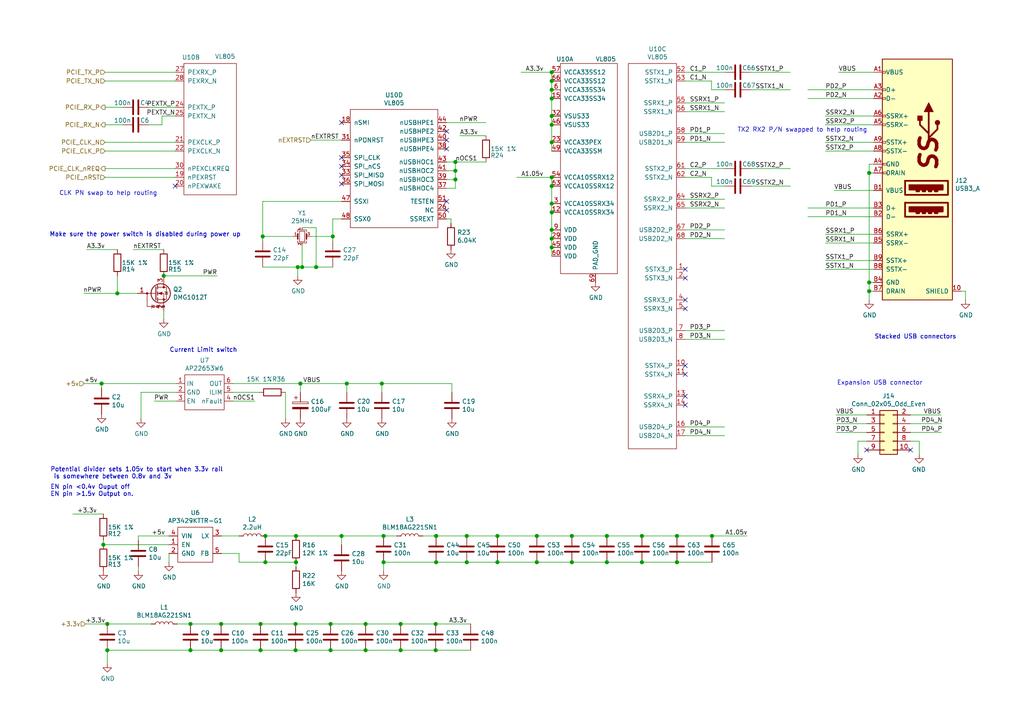
<source format=kicad_sch>
(kicad_sch (version 20250114) (generator "eeschema") (generator_version "9.0")
  (paper "A4")
  (title_block (title "Compute Module 4 IO USB3 Board - PCIe USB3") (rev "1") (company "Copyright © 2020-2022 Raspberry Pi Ltd (formerly Raspberry Pi (Trading) Ltd.)") (comment 1 "www.raspberrypi.com"))
  (text "Potential divider sets 1.05v to start when 3.3v rail\n is somewhere between 0.8v and 3v " (at 14.605 139.065 0) (effects (font (size 1.27 1.27)) (justify left bottom)))
  (text "Current Limit switch" (at 68.834 102.362 0) (effects (font (size 1.27 1.27)) (justify right bottom)))
  (text "CLK PN swap to help routing" (at 45.6438 56.8706 0) (effects (font (size 1.27 1.27)) (justify right bottom)))
  (text "TX2 RX2 P/N swapped to help routing" (at 251.5616 38.5064 0) (effects (font (size 1.27 1.27)) (justify right bottom)))
  (text "Potential divider sets 1.05v to start when 3.3v rail\n is somewhere between 0.8v and 3v " (at 14.605 139.065 0) (effects (font (size 1.27 1.27)) (justify left bottom)))
  (text "Stacked USB connectors" (at 277.4188 98.5012 0) (effects (font (size 1.27 1.27)) (justify right bottom)))
  (text "Make sure the power switch is disabled during power up" (at 69.85 68.834 0) (effects (font (size 1.27 1.27)) (justify right bottom)))
  (text "EN pin <0.4v Ouput off\nEN pin >1.5v Output on. " (at 14.605 144.145 0) (effects (font (size 1.27 1.27)) (justify left bottom)))
  (text "Make sure the power switch is disabled during power up" (at 69.85 68.834 0) (effects (font (size 1.27 1.27)) (justify right bottom)))
  (text "Expansion USB connector" (at 267.6144 111.887 0) (effects (font (size 1.27 1.27)) (justify right bottom)))
  (text "EN pin <0.4v Ouput off\nEN pin >1.5v Output on. " (at 14.605 144.145 0) (effects (font (size 1.27 1.27)) (justify left bottom)))
  (text "Current Limit switch" (at 68.834 102.362 0) (effects (font (size 1.27 1.27)) (justify right bottom)))
  (text "Stacked USB connectors" (at 277.4188 98.5012 0) (effects (font (size 1.27 1.27)) (justify right bottom)))
  (junction (at 160.02 33.655) (diameter 1.016))
  (junction (at 160.02 66.675) (diameter 1.016))
  (junction (at 95.885 188.595) (diameter 1.016))
  (junction (at 111.252 155.448) (diameter 1.016))
  (junction (at 55.245 180.975) (diameter 1.016))
  (junction (at 91.694 77.47) (diameter 1.016))
  (junction (at 160.02 26.035) (diameter 1.016))
  (junction (at 31.115 180.975) (diameter 1.016))
  (junction (at 252.095 81.915) (diameter 1.016))
  (junction (at 144.272 155.448) (diameter 1.016))
  (junction (at 126.492 155.448) (diameter 1.016))
  (junction (at 160.02 53.975) (diameter 1.016))
  (junction (at 132.08 46.99) (diameter 1.016))
  (junction (at 110.744 111.252) (diameter 1.016))
  (junction (at 29.972 157.988) (diameter 1.016))
  (junction (at 85.725 188.595) (diameter 1.016))
  (junction (at 100.584 111.252) (diameter 1.016))
  (junction (at 34.036 85.09) (diameter 1.016))
  (junction (at 160.02 41.275) (diameter 1.016))
  (junction (at 106.045 180.975) (diameter 1.016))
  (junction (at 126.492 163.068) (diameter 1.016))
  (junction (at 126.365 180.975) (diameter 1.016))
  (junction (at 176.022 163.068) (diameter 1.016))
  (junction (at 186.182 163.068) (diameter 1.016))
  (junction (at 160.02 61.595) (diameter 1.016))
  (junction (at 135.382 163.068) (diameter 1.016))
  (junction (at 99.06 155.448) (diameter 1.016))
  (junction (at 132.08 52.07) (diameter 1.016))
  (junction (at 160.02 69.215) (diameter 1.016))
  (junction (at 47.498 80.01) (diameter 1.016))
  (junction (at 160.02 71.755) (diameter 1.016))
  (junction (at 186.182 155.448) (diameter 1.016))
  (junction (at 87.63 77.47) (diameter 1.016))
  (junction (at 252.095 84.455) (diameter 1.016))
  (junction (at 111.252 163.068) (diameter 1.016))
  (junction (at 155.702 155.448) (diameter 1.016))
  (junction (at 160.02 51.435) (diameter 1.016))
  (junction (at 87.122 111.252) (diameter 1.016))
  (junction (at 64.135 180.975) (diameter 1.016))
  (junction (at 96.52 68.58) (diameter 1.016))
  (junction (at 196.342 155.448) (diameter 1.016))
  (junction (at 126.365 188.595) (diameter 1.016))
  (junction (at 160.02 59.055) (diameter 1.016))
  (junction (at 252.095 50.165) (diameter 1.016))
  (junction (at 64.135 188.595) (diameter 1.016))
  (junction (at 160.02 23.495) (diameter 1.016))
  (junction (at 160.02 28.575) (diameter 1.016))
  (junction (at 116.205 180.975) (diameter 1.016))
  (junction (at 165.862 155.448) (diameter 1.016))
  (junction (at 165.862 163.068) (diameter 1.016))
  (junction (at 31.115 188.595) (diameter 1.016))
  (junction (at 55.245 188.595) (diameter 1.016))
  (junction (at 76.962 163.068) (diameter 1.016))
  (junction (at 206.502 155.448) (diameter 1.016))
  (junction (at 144.272 163.068) (diameter 1.016))
  (junction (at 176.022 155.448) (diameter 1.016))
  (junction (at 160.02 20.955) (diameter 1.016))
  (junction (at 135.382 155.448) (diameter 1.016))
  (junction (at 85.852 155.448) (diameter 1.016))
  (junction (at 95.885 180.975) (diameter 1.016))
  (junction (at 85.852 163.068) (diameter 1.016))
  (junction (at 85.725 180.975) (diameter 1.016))
  (junction (at 76.962 155.448) (diameter 1.016))
  (junction (at 160.02 36.195) (diameter 1.016))
  (junction (at 155.702 163.068) (diameter 1.016))
  (junction (at 76.2 68.58) (diameter 1.016))
  (junction (at 86.36 77.47) (diameter 1.016))
  (junction (at 196.342 163.068) (diameter 1.016))
  (junction (at 116.205 188.595) (diameter 1.016))
  (junction (at 75.565 180.975) (diameter 1.016))
  (junction (at 132.08 49.53) (diameter 1.016))
  (junction (at 106.045 188.595) (diameter 1.016))
  (junction (at 75.565 188.595) (diameter 1.016))
  (junction (at 29.464 111.252) (diameter 1.016))
  (no_connect (at 99.06 50.8))
  (no_connect (at 99.06 45.72))
  (no_connect (at 198.755 89.535))
  (no_connect (at 198.755 86.995))
  (no_connect (at 129.54 40.64))
  (no_connect (at 198.755 114.935))
  (no_connect (at 251.3838 130.5052))
  (no_connect (at 99.06 35.56))
  (no_connect (at 99.06 48.26))
  (no_connect (at 129.54 43.18))
  (no_connect (at 129.54 60.96))
  (no_connect (at 198.755 80.645))
  (no_connect (at 198.755 117.475))
  (no_connect (at 129.54 38.1))
  (no_connect (at 50.8 53.975))
  (no_connect (at 198.755 106.045))
  (no_connect (at 198.755 78.105))
  (no_connect (at 264.0838 130.5052))
  (no_connect (at 99.06 53.34))
  (no_connect (at 198.755 108.585))
  (no_connect (at 129.54 58.42))
  (wire (pts (xy 47.498 90.17) (xy 47.498 92.456)))
  (wire (pts (xy 144.272 163.068) (xy 155.702 163.068)))
  (wire (pts (xy 239.395 41.275) (xy 253.365 41.275)))
  (wire (pts (xy 90.17 40.64) (xy 99.06 40.64)))
  (wire (pts (xy 160.02 20.955) (xy 160.02 23.495)))
  (wire (pts (xy 106.045 180.975) (xy 116.205 180.975)))
  (wire (pts (xy 21.082 149.098) (xy 29.972 149.098)))
  (wire (pts (xy 206.375 51.435) (xy 206.375 53.975)))
  (wire (pts (xy 122.682 155.448) (xy 126.492 155.448)))
  (wire (pts (xy 96.52 63.5) (xy 99.06 63.5)))
  (wire (pts (xy 198.755 51.435) (xy 206.375 51.435)))
  (wire (pts (xy 82.804 113.792) (xy 82.804 121.412)))
  (wire (pts (xy 217.805 20.955) (xy 229.235 20.955)))
  (wire (pts (xy 129.54 52.07) (xy 132.08 52.07)))
  (wire (pts (xy 239.395 33.655) (xy 253.365 33.655)))
  (wire (pts (xy 253.365 47.625) (xy 252.095 47.625)))
  (wire (pts (xy 278.765 84.455) (xy 280.035 84.455)))
  (wire (pts (xy 46.99 33.655) (xy 46.99 36.195)))
  (wire (pts (xy 24.384 85.09) (xy 34.036 85.09)))
  (wire (pts (xy 129.54 35.56) (xy 140.97 35.56)))
  (wire (pts (xy 30.48 43.815) (xy 50.8 43.815)))
  (wire (pts (xy 87.122 111.252) (xy 87.122 113.792)))
  (wire (pts (xy 198.755 48.895) (xy 210.185 48.895)))
  (wire (pts (xy 50.8 20.955) (xy 30.48 20.955)))
  (wire (pts (xy 217.805 26.035) (xy 229.235 26.035)))
  (wire (pts (xy 252.095 84.455) (xy 252.095 86.995)))
  (wire (pts (xy 272.9738 125.4252) (xy 264.0838 125.4252)))
  (wire (pts (xy 34.036 80.01) (xy 34.036 85.09)))
  (wire (pts (xy 234.315 28.575) (xy 253.365 28.575)))
  (wire (pts (xy 96.52 63.5) (xy 96.52 68.58)))
  (wire (pts (xy 111.252 163.068) (xy 126.492 163.068)))
  (wire (pts (xy 129.54 63.5) (xy 130.81 63.5)))
  (wire (pts (xy 160.02 28.575) (xy 160.02 33.655)))
  (wire (pts (xy 75.565 188.595) (xy 85.725 188.595)))
  (wire (pts (xy 186.182 155.448) (xy 196.342 155.448)))
  (wire (pts (xy 160.02 36.195) (xy 160.02 41.275)))
  (wire (pts (xy 242.4938 120.3452) (xy 251.3838 120.3452)))
  (wire (pts (xy 160.02 41.275) (xy 160.02 43.815)))
  (wire (pts (xy 34.036 85.09) (xy 39.878 85.09)))
  (wire (pts (xy 248.8438 127.9652) (xy 251.3838 127.9652)))
  (wire (pts (xy 87.63 66.04) (xy 91.694 66.04)))
  (wire (pts (xy 90.17 68.58) (xy 96.52 68.58)))
  (wire (pts (xy 132.08 54.61) (xy 132.08 52.07)))
  (wire (pts (xy 86.36 77.47) (xy 87.63 77.47)))
  (wire (pts (xy 129.54 54.61) (xy 132.08 54.61)))
  (wire (pts (xy 198.755 60.325) (xy 210.185 60.325)))
  (wire (pts (xy 243.205 20.955) (xy 253.365 20.955)))
  (wire (pts (xy 217.805 53.975) (xy 229.235 53.975)))
  (wire (pts (xy 30.48 36.195) (xy 35.56 36.195)))
  (wire (pts (xy 198.755 23.495) (xy 206.375 23.495)))
  (wire (pts (xy 253.365 50.165) (xy 252.095 50.165)))
  (wire (pts (xy 86.36 77.47) (xy 86.36 80.01)))
  (wire (pts (xy 131.064 113.792) (xy 131.064 111.252)))
  (wire (pts (xy 76.962 155.448) (xy 85.852 155.448)))
  (wire (pts (xy 100.584 113.792) (xy 100.584 111.252)))
  (wire (pts (xy 160.02 61.595) (xy 160.02 66.675)))
  (wire (pts (xy 126.365 188.595) (xy 136.525 188.595)))
  (wire (pts (xy 234.315 62.865) (xy 253.365 62.865)))
  (wire (pts (xy 87.63 71.12) (xy 87.63 77.47)))
  (wire (pts (xy 50.8 23.495) (xy 30.48 23.495)))
  (wire (pts (xy 99.06 157.988) (xy 99.06 155.448)))
  (wire (pts (xy 46.99 36.195) (xy 43.18 36.195)))
  (wire (pts (xy 24.384 111.252) (xy 29.464 111.252)))
  (wire (pts (xy 165.862 155.448) (xy 176.022 155.448)))
  (wire (pts (xy 252.095 47.625) (xy 252.095 50.165)))
  (wire (pts (xy 40.132 155.448) (xy 40.132 156.718)))
  (wire (pts (xy 206.375 23.495) (xy 206.375 26.035)))
  (wire (pts (xy 35.56 31.115) (xy 30.48 31.115)))
  (wire (pts (xy 67.564 113.792) (xy 75.184 113.792)))
  (wire (pts (xy 38.608 72.39) (xy 47.498 72.39)))
  (wire (pts (xy 29.464 112.522) (xy 29.464 111.252)))
  (wire (pts (xy 64.262 160.528) (xy 69.342 160.528)))
  (wire (pts (xy 252.095 50.165) (xy 252.095 81.915)))
  (wire (pts (xy 24.765 180.975) (xy 31.115 180.975)))
  (wire (pts (xy 116.205 188.595) (xy 126.365 188.595)))
  (wire (pts (xy 29.972 157.988) (xy 29.972 156.718)))
  (wire (pts (xy 44.704 116.332) (xy 51.054 116.332)))
  (wire (pts (xy 40.132 164.338) (xy 40.132 165.608)))
  (wire (pts (xy 130.81 63.5) (xy 130.81 64.77)))
  (wire (pts (xy 186.182 163.068) (xy 196.342 163.068)))
  (wire (pts (xy 132.08 46.99) (xy 140.97 46.99)))
  (wire (pts (xy 198.755 32.385) (xy 210.185 32.385)))
  (wire (pts (xy 85.725 188.595) (xy 95.885 188.595)))
  (wire (pts (xy 85.725 180.975) (xy 95.885 180.975)))
  (wire (pts (xy 133.35 39.37) (xy 140.97 39.37)))
  (wire (pts (xy 64.135 188.595) (xy 75.565 188.595)))
  (wire (pts (xy 87.63 77.47) (xy 91.694 77.47)))
  (wire (pts (xy 160.02 59.055) (xy 160.02 61.595)))
  (wire (pts (xy 198.755 95.885) (xy 210.185 95.885)))
  (wire (pts (xy 176.022 163.068) (xy 186.182 163.068)))
  (wire (pts (xy 132.08 49.53) (xy 132.08 46.99)))
  (wire (pts (xy 196.342 155.448) (xy 206.502 155.448)))
  (wire (pts (xy 31.115 188.595) (xy 55.245 188.595)))
  (wire (pts (xy 129.54 46.99) (xy 132.08 46.99)))
  (wire (pts (xy 55.245 188.595) (xy 64.135 188.595)))
  (wire (pts (xy 85.852 164.338) (xy 85.852 163.068)))
  (wire (pts (xy 198.755 41.275) (xy 210.185 41.275)))
  (wire (pts (xy 55.245 180.975) (xy 64.135 180.975)))
  (wire (pts (xy 198.755 38.735) (xy 210.185 38.735)))
  (wire (pts (xy 160.02 23.495) (xy 160.02 26.035)))
  (wire (pts (xy 67.564 111.252) (xy 87.122 111.252)))
  (wire (pts (xy 25.146 72.39) (xy 34.036 72.39)))
  (wire (pts (xy 50.8 31.115) (xy 43.18 31.115)))
  (wire (pts (xy 198.755 29.845) (xy 210.185 29.845)))
  (wire (pts (xy 30.48 51.435) (xy 50.8 51.435)))
  (wire (pts (xy 264.0838 127.9652) (xy 266.6238 127.9652)))
  (wire (pts (xy 40.894 113.792) (xy 40.894 121.412)))
  (wire (pts (xy 76.2 77.47) (xy 86.36 77.47)))
  (wire (pts (xy 31.115 180.975) (xy 43.815 180.975)))
  (wire (pts (xy 266.6238 127.9652) (xy 266.6238 131.7752)))
  (wire (pts (xy 217.805 48.895) (xy 229.235 48.895)))
  (wire (pts (xy 111.252 165.608) (xy 111.252 163.068)))
  (wire (pts (xy 40.132 155.448) (xy 49.022 155.448)))
  (wire (pts (xy 160.02 53.975) (xy 160.02 59.055)))
  (wire (pts (xy 50.8 33.655) (xy 46.99 33.655)))
  (wire (pts (xy 198.755 123.825) (xy 210.185 123.825)))
  (wire (pts (xy 198.755 98.425) (xy 210.185 98.425)))
  (wire (pts (xy 96.52 68.58) (xy 96.52 69.85)))
  (wire (pts (xy 64.262 155.448) (xy 69.342 155.448)))
  (wire (pts (xy 239.395 36.195) (xy 253.365 36.195)))
  (wire (pts (xy 76.2 69.85) (xy 76.2 68.58)))
  (wire (pts (xy 241.935 55.245) (xy 253.365 55.245)))
  (wire (pts (xy 67.564 116.332) (xy 73.914 116.332)))
  (wire (pts (xy 176.022 155.448) (xy 186.182 155.448)))
  (wire (pts (xy 91.694 66.04) (xy 91.694 77.47)))
  (wire (pts (xy 248.8438 127.9652) (xy 248.8438 131.7752)))
  (wire (pts (xy 132.08 52.07) (xy 132.08 49.53)))
  (wire (pts (xy 106.045 188.595) (xy 116.205 188.595)))
  (wire (pts (xy 116.205 180.975) (xy 126.365 180.975)))
  (wire (pts (xy 239.395 78.105) (xy 253.365 78.105)))
  (wire (pts (xy 30.48 48.895) (xy 50.8 48.895)))
  (wire (pts (xy 135.382 163.068) (xy 144.272 163.068)))
  (wire (pts (xy 196.342 163.068) (xy 206.502 163.068)))
  (wire (pts (xy 242.4938 122.8852) (xy 251.3838 122.8852)))
  (wire (pts (xy 31.115 192.405) (xy 31.115 188.595)))
  (wire (pts (xy 64.135 180.975) (xy 75.565 180.975)))
  (wire (pts (xy 30.48 41.275) (xy 50.8 41.275)))
  (wire (pts (xy 49.022 157.988) (xy 29.972 157.988)))
  (wire (pts (xy 76.2 58.42) (xy 99.06 58.42)))
  (wire (pts (xy 111.252 155.448) (xy 115.062 155.448)))
  (wire (pts (xy 76.962 163.068) (xy 85.852 163.068)))
  (wire (pts (xy 69.342 160.528) (xy 69.342 163.068)))
  (wire (pts (xy 144.272 155.448) (xy 155.702 155.448)))
  (wire (pts (xy 160.02 51.435) (xy 160.02 53.975)))
  (wire (pts (xy 198.755 20.955) (xy 210.185 20.955)))
  (wire (pts (xy 234.315 60.325) (xy 253.365 60.325)))
  (wire (pts (xy 29.464 111.252) (xy 51.054 111.252)))
  (wire (pts (xy 85.852 155.448) (xy 99.06 155.448)))
  (wire (pts (xy 165.862 163.068) (xy 176.022 163.068)))
  (wire (pts (xy 239.395 75.565) (xy 253.365 75.565)))
  (wire (pts (xy 198.755 57.785) (xy 210.185 57.785)))
  (wire (pts (xy 95.885 180.975) (xy 106.045 180.975)))
  (wire (pts (xy 198.755 126.365) (xy 210.185 126.365)))
  (wire (pts (xy 149.86 51.435) (xy 160.02 51.435)))
  (wire (pts (xy 155.702 163.068) (xy 165.862 163.068)))
  (wire (pts (xy 99.06 155.448) (xy 111.252 155.448)))
  (wire (pts (xy 75.565 180.975) (xy 85.725 180.975)))
  (wire (pts (xy 51.435 180.975) (xy 55.245 180.975)))
  (wire (pts (xy 110.744 111.252) (xy 110.744 113.792)))
  (wire (pts (xy 272.9738 122.8852) (xy 264.0838 122.8852)))
  (wire (pts (xy 206.375 26.035) (xy 210.185 26.035)))
  (wire (pts (xy 151.13 20.955) (xy 160.02 20.955)))
  (wire (pts (xy 239.395 43.815) (xy 253.365 43.815)))
  (wire (pts (xy 198.755 69.215) (xy 210.185 69.215)))
  (wire (pts (xy 160.02 66.675) (xy 160.02 69.215)))
  (wire (pts (xy 155.702 155.448) (xy 165.862 155.448)))
  (wire (pts (xy 160.02 26.035) (xy 160.02 28.575)))
  (wire (pts (xy 76.2 58.42) (xy 76.2 68.58)))
  (wire (pts (xy 126.492 163.068) (xy 135.382 163.068)))
  (wire (pts (xy 95.885 188.595) (xy 106.045 188.595)))
  (wire (pts (xy 253.365 84.455) (xy 252.095 84.455)))
  (wire (pts (xy 160.02 71.755) (xy 160.02 74.295)))
  (wire (pts (xy 280.035 84.455) (xy 280.035 86.995)))
  (wire (pts (xy 51.054 113.792) (xy 40.894 113.792)))
  (wire (pts (xy 206.375 53.975) (xy 210.185 53.975)))
  (wire (pts (xy 239.395 70.485) (xy 253.365 70.485)))
  (wire (pts (xy 253.365 81.915) (xy 252.095 81.915)))
  (wire (pts (xy 234.315 26.035) (xy 253.365 26.035)))
  (wire (pts (xy 76.2 68.58) (xy 85.09 68.58)))
  (wire (pts (xy 69.342 163.068) (xy 76.962 163.068)))
  (wire (pts (xy 160.02 33.655) (xy 160.02 36.195)))
  (wire (pts (xy 160.02 69.215) (xy 160.02 71.755)))
  (wire (pts (xy 47.498 80.01) (xy 62.992 80.01)))
  (wire (pts (xy 135.382 155.448) (xy 144.272 155.448)))
  (wire (pts (xy 129.54 49.53) (xy 132.08 49.53)))
  (wire (pts (xy 206.502 155.448) (xy 216.662 155.448)))
  (wire (pts (xy 272.9738 120.3452) (xy 264.0838 120.3452)))
  (wire (pts (xy 126.492 155.448) (xy 135.382 155.448)))
  (wire (pts (xy 242.4938 125.4252) (xy 251.3838 125.4252)))
  (wire (pts (xy 239.395 67.945) (xy 253.365 67.945)))
  (wire (pts (xy 91.694 77.47) (xy 96.52 77.47)))
  (wire (pts (xy 49.022 160.528) (xy 49.022 163.068)))
  (wire (pts (xy 198.755 66.675) (xy 210.185 66.675)))
  (wire (pts (xy 100.584 111.252) (xy 110.744 111.252)))
  (wire (pts (xy 110.744 111.252) (xy 131.064 111.252)))
  (wire (pts (xy 252.095 81.915) (xy 252.095 84.455)))
  (wire (pts (xy 126.365 180.975) (xy 136.525 180.975)))
  (wire (pts (xy 87.122 111.252) (xy 100.584 111.252)))
  (label "A1.05v" (at 151.13 51.435 0))
  (label "SSTX2_P" (at 239.395 43.815 0))
  (label "SSRX2_N" (at 200.025 60.325 0))
  (label "SSTX1_N" (at 239.395 78.105 0))
  (label "SSRX1_P" (at 200.025 29.845 0))
  (label "VBUS" (at 87.884 111.252 0))
  (label "C1_N" (at 200.025 23.495 0))
  (label "VBUS" (at 243.205 20.955 0))
  (label "+3.3v" (at 22.352 149.098 0))
  (label "SSRX2_N" (at 239.395 33.655 0))
  (label "PEXTX_N" (at 50.8 33.655 180))
  (label "A3.3v" (at 133.35 39.37 0))
  (label "VBUS" (at 241.935 55.245 0))
  (label "C2_N" (at 200.025 51.435 0))
  (label "nEXTRST" (at 90.17 40.64 0))
  (label "PD3_P" (at 242.4938 125.4252 0))
  (label "PD3_N" (at 200.025 98.425 0))
  (label "PEXTX_P" (at 50.8 31.115 180))
  (label "PD4_P" (at 200.025 123.825 0))
  (label "A1.05v" (at 210.312 155.448 0))
  (label "C1_P" (at 200.025 20.955 0))
  (label "SSRX2_P" (at 200.025 57.785 0))
  (label "PD2_N" (at 200.025 69.215 0))
  (label "+3.3v" (at 24.765 180.975 0))
  (label "PD1_N" (at 200.025 41.275 0))
  (label "VBUS" (at 242.4938 120.3452 0))
  (label "SSTX1_P" (at 239.395 75.565 0))
  (label "SSTX1_N" (at 219.075 26.035 0))
  (label "C2_P" (at 200.025 48.895 0))
  (label "PWR" (at 62.992 80.01 180))
  (label "A3.3v" (at 25.146 72.39 0))
  (label "nOCS1" (at 67.564 116.332 0))
  (label "PD3_P" (at 200.025 95.885 0))
  (label "PD1_N" (at 239.395 62.865 0))
  (label "PD4_N" (at 200.025 126.365 0))
  (label "VBUS" (at 272.9738 120.3452 180))
  (label "PD2_P" (at 239.395 26.035 0))
  (label "PWR" (at 44.704 116.332 0))
  (label "SSTX1_P" (at 219.075 20.955 0))
  (label "SSTX2_P" (at 219.075 48.895 0))
  (label "PD1_P" (at 239.395 60.325 0))
  (label "SSTX2_N" (at 219.075 53.975 0))
  (label "nPWR" (at 138.557 35.56 180))
  (label "SSRX1_N" (at 239.395 70.485 0))
  (label "nOCS1" (at 132.08 46.99 0))
  (label "+5v" (at 24.384 111.252 0))
  (label "PD2_P" (at 200.025 66.675 0))
  (label "PD4_P" (at 267.1826 125.4252 0))
  (label "PD4_N" (at 267.1572 122.8852 0))
  (label "nPWR" (at 29.464 85.09 180))
  (label "A3.3v" (at 130.175 180.975 0))
  (label "SSTX2_N" (at 239.395 41.275 0))
  (label "PD3_N" (at 242.4938 122.8852 0))
  (label "A3.3v" (at 152.4 20.955 0))
  (label "+5v" (at 43.942 155.448 0))
  (label "SSRX1_N" (at 200.025 32.385 0))
  (label "PD2_N" (at 239.395 28.575 0))
  (label "SSRX2_P" (at 239.395 36.195 0))
  (label "SSRX1_P" (at 239.395 67.945 0))
  (label "nEXTRST" (at 38.608 72.39 0))
  (label "PD1_P" (at 200.025 38.735 0))
  (hierarchical_label "PCIE_RX_N" (shape output) (at 30.48 36.195 180))
  (hierarchical_label "+3.3v" (shape input) (at 24.765 180.975 180))
  (hierarchical_label "nEXTRST" (shape input) (at 90.17 40.64 180))
  (hierarchical_label "PCIE_CLK_N" (shape input) (at 30.48 41.275 180))
  (hierarchical_label "+5v" (shape input) (at 24.384 111.252 180))
  (hierarchical_label "PCIE_TX_P" (shape input) (at 30.48 20.955 180))
  (hierarchical_label "PCIE_CLK_nREQ" (shape output) (at 30.48 48.895 180))
  (hierarchical_label "PCIE_RX_P" (shape output) (at 30.48 31.115 180))
  (hierarchical_label "PCIE_TX_N" (shape input) (at 30.48 23.495 180))
  (hierarchical_label "PCIE_nRST" (shape input) (at 30.48 51.435 180))
  (hierarchical_label "PCIE_CLK_P" (shape input) (at 30.48 43.815 180))
  (symbol (lib_id "Device:C") (at 110.744 117.602 0) (unit 1)
    (property "Reference" "C17" (at 113.665 116.4336 0) (effects (justify left)))
    (property "Value" "10u" (at 113.665 118.745 0) (effects (justify left)))
    (property "Footprint" "Capacitor_SMD:C_0805_2012Metric" (effects (hide yes)))
    (property "Datasheet" "https://search.murata.co.jp/Ceramy/image/img/A01X/G101/ENG/GRM21BR71A106KA73-01.pdf" (effects (hide yes)))
    (property "Field5" "490-14381-1-ND" (effects (hide yes)))
    (property "Field4" "Digikey" (effects (hide yes)))
    (property "Field6" "GRM21BR71A106KA73L" (effects (hide yes)))
    (property "Field7" "Murata" (effects (hide yes)))
    (property "Part Description" "	10uF 10% 10V Ceramic Capacitor X7R 0805 (2012 Metric)" (effects (hide yes)))
    (property "Field8" "111893011" (effects (hide yes)))
  )
  (symbol (lib_id "power:GND") (at 110.744 121.412 0) (unit 1)
    (property "Reference" "#PWR0153" (effects (hide yes)))
    (property "Value" "GND" (at 110.871 125.8062 0))
  )
  (symbol (lib_id "Device:C") (at 95.885 184.785 0) (unit 1)
    (property "Reference" "C26" (at 98.806 183.6166 0) (effects (justify left)))
    (property "Value" "100n" (at 98.806 185.928 0) (effects (justify left)))
    (property "Footprint" "Capacitor_SMD:C_0402_1005Metric" (effects (hide yes)))
    (property "Datasheet" "https://search.murata.co.jp/Ceramy/image/img/A01X/G101/ENG/GRM155R71C104KA88-01.pdf" (effects (hide yes)))
    (property "Field4" "Farnell" (effects (hide yes)))
    (property "Field5" "2611911" (effects (hide yes)))
    (property "Field6" "RM EMK105 B7104KV-F" (effects (hide yes)))
    (property "Field7" "TAIYO YUDEN EUROPE GMBH" (effects (hide yes)))
    (property "Field8" "110091611" (effects (hide yes)))
    (property "Part Description" "	0.1uF 10% 16V Ceramic Capacitor X7R 0402 (1005 Metric)" (effects (hide yes)))
  )
  (symbol (lib_id "power:GND") (at 252.095 86.995 0) (unit 1)
    (property "Reference" "#PWR0142" (effects (hide yes)))
    (property "Value" "GND" (at 252.222 91.3892 0))
  )
  (symbol (lib_id "Device:C") (at 85.725 184.785 0) (unit 1)
    (property "Reference" "C25" (at 88.646 183.6166 0) (effects (justify left)))
    (property "Value" "100n" (at 88.646 185.928 0) (effects (justify left)))
    (property "Footprint" "Capacitor_SMD:C_0402_1005Metric" (effects (hide yes)))
    (property "Datasheet" "https://search.murata.co.jp/Ceramy/image/img/A01X/G101/ENG/GRM155R71C104KA88-01.pdf" (effects (hide yes)))
    (property "Field4" "Farnell" (effects (hide yes)))
    (property "Field5" "2611911" (effects (hide yes)))
    (property "Field6" "RM EMK105 B7104KV-F" (effects (hide yes)))
    (property "Field7" "TAIYO YUDEN EUROPE GMBH" (effects (hide yes)))
    (property "Field8" "110091611" (effects (hide yes)))
    (property "Part Description" "	0.1uF 10% 16V Ceramic Capacitor X7R 0402 (1005 Metric)" (effects (hide yes)))
  )
  (symbol (lib_id "Device:R") (at 78.994 113.792 90) (unit 1)
    (property "Reference" "R36" (at 82.804 109.982 90) (effects (justify left)))
    (property "Value" "15K 1%" (at 78.994 109.982 90) (effects (justify left)))
    (property "Footprint" "Resistor_SMD:R_0402_1005Metric" (effects (hide yes)))
    (property "Datasheet" "https://fscdn.rohm.com/en/products/databook/datasheet/passive/resistor/chip_resistor/mcr-e.pdf" (effects (hide yes)))
    (property "Field4" "Farnell" (effects (hide yes)))
    (property "Field5" "9239375" (effects (hide yes)))
    (property "Field6" "MCR01MZPF1502" (effects (hide yes)))
    (property "Field7" "Rohm" (effects (hide yes)))
    (property "Part Description" "Resistor 15K M1005 1% 63mW" (effects (hide yes)))
    (property "Field8" "120891581" (effects (hide yes)))
  )
  (symbol (lib_id "power:GND") (at 266.6238 131.7752 0) (mirror y) (unit 1)
    (property "Reference" "#PWR0123" (effects (hide yes)))
    (property "Value" "GND" (at 266.4968 136.1694 0))
  )
  (symbol (lib_id "Device:C") (at 39.37 31.115 270) (unit 1)
    (property "Reference" "C4" (at 40.64 29.845 90) (effects (justify left)))
    (property "Value" "100n" (at 33.02 29.845 90) (effects (justify left)))
    (property "Footprint" "Capacitor_SMD:C_0402_1005Metric" (effects (hide yes)))
    (property "Datasheet" "https://search.murata.co.jp/Ceramy/image/img/A01X/G101/ENG/GRM155R71C104KA88-01.pdf" (effects (hide yes)))
    (property "Field4" "Farnell" (effects (hide yes)))
    (property "Field5" "2611911" (effects (hide yes)))
    (property "Field6" "RM EMK105 B7104KV-F" (effects (hide yes)))
    (property "Field7" "TAIYO YUDEN EUROPE GMBH" (effects (hide yes)))
    (property "Field8" "110091611" (effects (hide yes)))
    (property "Part Description" "	0.1uF 10% 16V Ceramic Capacitor X7R 0402 (1005 Metric)" (effects (hide yes)))
  )
  (symbol (lib_id "Transistor_FET:DMG1012T") (at 44.958 85.09 0) (unit 1)
    (property "Reference" "Q2" (at 50.1651 83.9406 0) (effects (justify left)))
    (property "Value" "DMG1012T" (at 50.1651 86.2393 0) (effects (justify left)))
    (property "Footprint" "Package_TO_SOT_SMD:SOT-523" (effects (hide yes)))
    (property "Datasheet" "https://www.diodes.com/assets/Datasheets/ds31783.pdf" (effects (hide yes)))
    (property "Field6" "DMG1012T" (effects (hide yes)))
    (property "Field7" "Diodes" (effects (hide yes)))
  )
  (symbol (lib_id "Device:C") (at 40.132 160.528 0) (unit 1)
    (property "Reference" "C8" (at 43.053 159.3596 0) (effects (justify left)))
    (property "Value" "10u" (at 43.053 161.671 0) (effects (justify left)))
    (property "Footprint" "Capacitor_SMD:C_0805_2012Metric" (effects (hide yes)))
    (property "Datasheet" "https://search.murata.co.jp/Ceramy/image/img/A01X/G101/ENG/GRM21BR71A106KA73-01.pdf" (effects (hide yes)))
    (property "Field4" "Digikey" (effects (hide yes)))
    (property "Field5" "490-14381-1-ND" (effects (hide yes)))
    (property "Field6" "GRM21BR71A106KA73L" (effects (hide yes)))
    (property "Field7" "Murata" (effects (hide yes)))
    (property "Field8" "111893011" (effects (hide yes)))
    (property "Part Description" "	10uF 10% 10V Ceramic Capacitor X7R 0805 (2012 Metric)" (effects (hide yes)))
  )
  (symbol (lib_id "Device:C") (at 136.525 184.785 0) (unit 1)
    (property "Reference" "C48" (at 139.446 183.6166 0) (effects (justify left)))
    (property "Value" "100n" (at 139.446 185.928 0) (effects (justify left)))
    (property "Footprint" "Capacitor_SMD:C_0402_1005Metric" (effects (hide yes)))
    (property "Datasheet" "https://search.murata.co.jp/Ceramy/image/img/A01X/G101/ENG/GRM155R71C104KA88-01.pdf" (effects (hide yes)))
    (property "Field4" "Farnell" (effects (hide yes)))
    (property "Field5" "2611911" (effects (hide yes)))
    (property "Field6" "RM EMK105 B7104KV-F" (effects (hide yes)))
    (property "Field7" "TAIYO YUDEN EUROPE GMBH" (effects (hide yes)))
    (property "Field8" "110091611" (effects (hide yes)))
    (property "Part Description" "	0.1uF 10% 16V Ceramic Capacitor X7R 0402 (1005 Metric)" (effects (hide yes)))
  )
  (symbol (lib_id "Device:R") (at 29.972 152.908 0) (unit 1)
    (property "Reference" "R12" (at 31.242 154.813 0) (effects (justify left)))
    (property "Value" "15K 1%" (at 31.242 152.908 0) (effects (justify left)))
    (property "Footprint" "Resistor_SMD:R_0402_1005Metric" (effects (hide yes)))
    (property "Datasheet" "https://fscdn.rohm.com/en/products/databook/datasheet/passive/resistor/chip_resistor/mcr-e.pdf" (effects (hide yes)))
    (property "Field4" "Farnell" (effects (hide yes)))
    (property "Field5" "9239375" (effects (hide yes)))
    (property "Field6" "MCR01MZPF1502" (effects (hide yes)))
    (property "Field7" "Rohm" (effects (hide yes)))
    (property "Part Description" "Resistor 15K M1005 1% 63mW" (effects (hide yes)))
    (property "Field8" "120891581" (effects (hide yes)))
  )
  (symbol (lib_id "Connector_Generic:Conn_02x05_Odd_Even") (at 256.4638 125.4252 0) (unit 1)
    (property "Reference" "J14" (at 257.7336 114.8338 0))
    (property "Value" "Conn_02x05_Odd_Even" (at 257.7338 117.1448 0))
    (property "Footprint" "Connector_PinHeader_2.54mm:PinHeader_2x05_P2.54mm_Vertical" (effects (hide yes)))
    (property "Datasheet" "https://www.toby.co.uk/uploads/publications/1673.pdf" (effects (hide yes)))
    (property "Field4" "Toby" (effects (hide yes)))
    (property "Field5" "THD-05-R" (effects (hide yes)))
    (property "Field6" "THD-05-R" (effects (hide yes)))
    (property "Field7" "Toby" (effects (hide yes)))
    (property "Part Description" "PinHeader_2x05_P2.54mm_Vertical" (effects (hide yes)))
  )
  (symbol (lib_id "Device:C") (at 155.702 159.258 0) (unit 1)
    (property "Reference" "C53" (at 158.623 158.0896 0) (effects (justify left)))
    (property "Value" "100n" (at 158.623 160.401 0) (effects (justify left)))
    (property "Footprint" "Capacitor_SMD:C_0402_1005Metric" (effects (hide yes)))
    (property "Datasheet" "https://search.murata.co.jp/Ceramy/image/img/A01X/G101/ENG/GRM155R71C104KA88-01.pdf" (effects (hide yes)))
    (property "Field4" "Farnell" (effects (hide yes)))
    (property "Field5" "2611911" (effects (hide yes)))
    (property "Field6" "RM EMK105 B7104KV-F" (effects (hide yes)))
    (property "Field7" "TAIYO YUDEN EUROPE GMBH" (effects (hide yes)))
    (property "Field8" "110091611" (effects (hide yes)))
    (property "Part Description" "	0.1uF 10% 16V Ceramic Capacitor X7R 0402 (1005 Metric)" (effects (hide yes)))
  )
  (symbol (lib_id "Device:C") (at 213.995 26.035 270) (unit 1)
    (property "Reference" "C67" (at 215.265 24.765 90) (effects (justify left)))
    (property "Value" "100n" (at 207.645 24.765 90) (effects (justify left)))
    (property "Footprint" "Capacitor_SMD:C_0402_1005Metric" (effects (hide yes)))
    (property "Datasheet" "https://search.murata.co.jp/Ceramy/image/img/A01X/G101/ENG/GRM155R71C104KA88-01.pdf" (effects (hide yes)))
    (property "Field4" "Farnell" (effects (hide yes)))
    (property "Field5" "2611911" (effects (hide yes)))
    (property "Field6" "RM EMK105 B7104KV-F" (effects (hide yes)))
    (property "Field7" "TAIYO YUDEN EUROPE GMBH" (effects (hide yes)))
    (property "Field8" "110091611" (effects (hide yes)))
    (property "Part Description" "	0.1uF 10% 16V Ceramic Capacitor X7R 0402 (1005 Metric)" (effects (hide yes)))
  )
  (symbol (lib_id "Device:C") (at 55.245 184.785 0) (unit 1)
    (property "Reference" "C9" (at 58.166 183.6166 0) (effects (justify left)))
    (property "Value" "10u" (at 58.166 185.928 0) (effects (justify left)))
    (property "Footprint" "Capacitor_SMD:C_0805_2012Metric" (effects (hide yes)))
    (property "Datasheet" "https://search.murata.co.jp/Ceramy/image/img/A01X/G101/ENG/GRM21BR71A106KA73-01.pdf" (effects (hide yes)))
    (property "Field4" "Digikey" (effects (hide yes)))
    (property "Field5" "490-14381-1-ND" (effects (hide yes)))
    (property "Field6" "GRM21BR71A106KA73L" (effects (hide yes)))
    (property "Field7" "Murata" (effects (hide yes)))
    (property "Field8" "111893011" (effects (hide yes)))
    (property "Part Description" "	10uF 10% 10V Ceramic Capacitor X7R 0805 (2012 Metric)" (effects (hide yes)))
  )
  (symbol (lib_id "power:GND") (at 85.852 171.958 0) (unit 1)
    (property "Reference" "#PWR0124" (effects (hide yes)))
    (property "Value" "GND" (at 85.979 176.3522 0))
  )
  (symbol (lib_id "Device:C") (at 131.064 117.602 0) (unit 1)
    (property "Reference" "C19" (at 133.985 116.4336 0) (effects (justify left)))
    (property "Value" "10u" (at 133.985 118.745 0) (effects (justify left)))
    (property "Footprint" "Capacitor_SMD:C_0805_2012Metric" (effects (hide yes)))
    (property "Datasheet" "https://search.murata.co.jp/Ceramy/image/img/A01X/G101/ENG/GRM21BR71A106KA73-01.pdf" (effects (hide yes)))
    (property "Field5" "490-14381-1-ND" (effects (hide yes)))
    (property "Field4" "Digikey" (effects (hide yes)))
    (property "Field6" "GRM21BR71A106KA73L" (effects (hide yes)))
    (property "Field7" "Murata" (effects (hide yes)))
    (property "Part Description" "	10uF 10% 10V Ceramic Capacitor X7R 0805 (2012 Metric)" (effects (hide yes)))
    (property "Field8" "111893011" (effects (hide yes)))
  )
  (symbol (lib_id "power:GND") (at 47.498 92.456 0) (unit 1)
    (property "Reference" "#PWR08" (effects (hide yes)))
    (property "Value" "GND" (at 47.625 96.8502 0))
  )
  (symbol (lib_id "Device:C") (at 76.962 159.258 0) (unit 1)
    (property "Reference" "C15" (at 79.883 158.0896 0) (effects (justify left)))
    (property "Value" "22pF" (at 79.883 160.401 0) (effects (justify left)))
    (property "Footprint" "Capacitor_SMD:C_0402_1005Metric" (effects (hide yes)))
  )
  (symbol (lib_id "CM4IO:AP2553W6") (at 59.944 113.792 0) (unit 1)
    (property "Reference" "U7" (at 59.309 104.521 0))
    (property "Value" "AP22653W6" (at 59.309 106.8324 0))
    (property "Footprint" "Package_TO_SOT_SMD:SOT-23-6" (effects (hide yes)))
    (property "Datasheet" "https://www.diodes.com/assets/Datasheets/AP255x.pdf" (effects (hide yes)))
    (property "Field4" "Digikey" (effects (hide yes)))
    (property "Field5" "	31-AP22653W6-7CT-ND" (effects (hide yes)))
    (property "Field6" "AP22653W6" (effects (hide yes)))
    (property "Field7" "Diodes" (effects (hide yes)))
    (property "Part Description" "	Power Switch/Driver 1:1 P-Channel 2.1A SOT-23-6" (effects (hide yes)))
  )
  (symbol (lib_id "Device:R") (at 34.036 76.2 0) (unit 1)
    (property "Reference" "R14" (at 35.306 78.105 0) (effects (justify left)))
    (property "Value" "15K 1%" (at 35.306 76.2 0) (effects (justify left)))
    (property "Footprint" "Resistor_SMD:R_0402_1005Metric" (effects (hide yes)))
    (property "Datasheet" "https://fscdn.rohm.com/en/products/databook/datasheet/passive/resistor/chip_resistor/mcr-e.pdf" (effects (hide yes)))
    (property "Field4" "Farnell" (effects (hide yes)))
    (property "Field5" "9239375" (effects (hide yes)))
    (property "Field6" "MCR01MZPF1502" (effects (hide yes)))
    (property "Field7" "Rohm" (effects (hide yes)))
    (property "Part Description" "Resistor 15K M1005 1% 63mW" (effects (hide yes)))
    (property "Field8" "120891581" (effects (hide yes)))
  )
  (symbol (lib_id "CM4:VL805") (at 191.135 92.075 0) (unit 3)
    (property "Reference" "U10" (at 190.7032 14.224 0))
    (property "Value" "VL805" (at 190.7032 16.5354 0))
    (property "Footprint" "Package_DFN_QFN:QFN-68-1EP_8x8mm_P0.4mm_EP5.2x5.2mm_ThermalVias" (effects (hide yes)))
    (property "Field6" "VL805" (effects (hide yes)))
    (property "Field7" "VIA" (effects (hide yes)))
  )
  (symbol (lib_id "Device:CP") (at 87.122 117.602 0) (unit 1)
    (property "Reference" "C16" (at 90.1192 116.459 0) (effects (justify left)))
    (property "Value" "100uF" (at 90.1192 118.745 0) (effects (justify left)))
    (property "Footprint" "Capacitor_Tantalum_SMD:CP_EIA-7343-31_Kemet-D" (effects (hide yes)))
    (property "Field4" "Mouser" (effects (hide yes)))
    (property "Field5" "667-EEF-CX0J101R" (effects (hide yes)))
    (property "Part Description" "Capacitor, SP-Cap, 100u, 6.3V, 15mR ESR" (effects (hide yes)))
  )
  (symbol (lib_id "Device:C") (at 213.995 48.895 270) (unit 1)
    (property "Reference" "C68" (at 215.265 47.625 90) (effects (justify left)))
    (property "Value" "100n" (at 207.645 47.625 90) (effects (justify left)))
    (property "Footprint" "Capacitor_SMD:C_0402_1005Metric" (effects (hide yes)))
    (property "Datasheet" "https://search.murata.co.jp/Ceramy/image/img/A01X/G101/ENG/GRM155R71C104KA88-01.pdf" (effects (hide yes)))
    (property "Field4" "Farnell" (effects (hide yes)))
    (property "Field5" "2611911" (effects (hide yes)))
    (property "Field6" "RM EMK105 B7104KV-F" (effects (hide yes)))
    (property "Field7" "TAIYO YUDEN EUROPE GMBH" (effects (hide yes)))
    (property "Field8" "110091611" (effects (hide yes)))
    (property "Part Description" "	0.1uF 10% 16V Ceramic Capacitor X7R 0402 (1005 Metric)" (effects (hide yes)))
  )
  (symbol (lib_id "Device:C") (at 111.252 159.258 0) (unit 1)
    (property "Reference" "C31" (at 114.173 158.0896 0) (effects (justify left)))
    (property "Value" "100n" (at 114.173 160.401 0) (effects (justify left)))
    (property "Footprint" "Capacitor_SMD:C_0402_1005Metric" (effects (hide yes)))
    (property "Datasheet" "https://search.murata.co.jp/Ceramy/image/img/A01X/G101/ENG/GRM155R71C104KA88-01.pdf" (effects (hide yes)))
    (property "Field4" "Farnell" (effects (hide yes)))
    (property "Field5" "2611911" (effects (hide yes)))
    (property "Field6" "RM EMK105 B7104KV-F" (effects (hide yes)))
    (property "Field7" "TAIYO YUDEN EUROPE GMBH" (effects (hide yes)))
    (property "Field8" "110091611" (effects (hide yes)))
    (property "Part Description" "	0.1uF 10% 16V Ceramic Capacitor X7R 0402 (1005 Metric)" (effects (hide yes)))
  )
  (symbol (lib_id "Device:C") (at 76.2 73.66 0) (unit 1)
    (property "Reference" "C14" (at 79.121 72.4916 0) (effects (justify left)))
    (property "Value" "22pF" (at 79.121 74.803 0) (effects (justify left)))
    (property "Footprint" "Capacitor_SMD:C_0402_1005Metric" (effects (hide yes)))
  )
  (symbol (lib_id "power:GND") (at 280.035 86.995 0) (unit 1)
    (property "Reference" "#PWR025" (effects (hide yes)))
    (property "Value" "GND" (at 280.162 91.3892 0))
  )
  (symbol (lib_id "power:GND") (at 111.252 165.608 0) (unit 1)
    (property "Reference" "#PWR015" (effects (hide yes)))
    (property "Value" "GND" (at 111.379 170.0022 0))
  )
  (symbol (lib_id "power:GND") (at 248.8438 131.7752 0) (unit 1)
    (property "Reference" "#PWR0117" (effects (hide yes)))
    (property "Value" "GND" (at 248.9708 136.1694 0))
  )
  (symbol (lib_id "Device:C") (at 213.995 20.955 270) (unit 1)
    (property "Reference" "C66" (at 215.265 19.685 90) (effects (justify left)))
    (property "Value" "100n" (at 207.645 19.685 90) (effects (justify left)))
    (property "Footprint" "Capacitor_SMD:C_0402_1005Metric" (effects (hide yes)))
    (property "Datasheet" "https://search.murata.co.jp/Ceramy/image/img/A01X/G101/ENG/GRM155R71C104KA88-01.pdf" (effects (hide yes)))
    (property "Field4" "Farnell" (effects (hide yes)))
    (property "Field5" "2611911" (effects (hide yes)))
    (property "Field6" "RM EMK105 B7104KV-F" (effects (hide yes)))
    (property "Field7" "TAIYO YUDEN EUROPE GMBH" (effects (hide yes)))
    (property "Field8" "110091611" (effects (hide yes)))
    (property "Part Description" "	0.1uF 10% 16V Ceramic Capacitor X7R 0402 (1005 Metric)" (effects (hide yes)))
  )
  (symbol (lib_id "Device:C") (at 135.382 159.258 0) (unit 1)
    (property "Reference" "C45" (at 138.303 158.0896 0) (effects (justify left)))
    (property "Value" "10u" (at 138.303 160.401 0) (effects (justify left)))
    (property "Footprint" "Capacitor_SMD:C_0805_2012Metric" (effects (hide yes)))
    (property "Datasheet" "https://search.murata.co.jp/Ceramy/image/img/A01X/G101/ENG/GRM21BR71A106KA73-01.pdf" (effects (hide yes)))
    (property "Field4" "Digikey" (effects (hide yes)))
    (property "Field5" "490-14381-1-ND" (effects (hide yes)))
    (property "Field6" "GRM21BR71A106KA73L" (effects (hide yes)))
    (property "Field7" "Murata" (effects (hide yes)))
    (property "Field8" "111893011" (effects (hide yes)))
    (property "Part Description" "	10uF 10% 10V Ceramic Capacitor X7R 0805 (2012 Metric)" (effects (hide yes)))
  )
  (symbol (lib_id "power:GND") (at 99.06 165.608 0) (unit 1)
    (property "Reference" "#PWR012" (effects (hide yes)))
    (property "Value" "GND" (at 99.187 170.0022 0))
  )
  (symbol (lib_id "Device:L") (at 47.625 180.975 90) (unit 1)
    (property "Reference" "L1" (at 47.625 176.149 90))
    (property "Value" "BLM18AG221SN1" (at 47.625 178.4604 90))
    (property "Footprint" "Inductor_SMD:L_0603_1608Metric" (effects (hide yes)))
    (property "Field6" "BLM18PG221SN1D" (effects (hide yes)))
    (property "Field7" "Murata" (effects (hide yes)))
    (property "Part Description" "Ferrite Bead, M1608, 220R@100MHz, 100mR, 1.4A" (effects (hide yes)))
  )
  (symbol (lib_id "power:GND") (at 29.972 165.608 0) (unit 1)
    (property "Reference" "#PWR04" (effects (hide yes)))
    (property "Value" "GND" (at 30.099 170.0022 0))
  )
  (symbol (lib_id "Device:C") (at 64.135 184.785 0) (unit 1)
    (property "Reference" "C10" (at 67.056 183.6166 0) (effects (justify left)))
    (property "Value" "100n" (at 67.056 185.928 0) (effects (justify left)))
    (property "Footprint" "Capacitor_SMD:C_0402_1005Metric" (effects (hide yes)))
    (property "Datasheet" "https://search.murata.co.jp/Ceramy/image/img/A01X/G101/ENG/GRM155R71C104KA88-01.pdf" (effects (hide yes)))
    (property "Field4" "Farnell" (effects (hide yes)))
    (property "Field5" "2611911" (effects (hide yes)))
    (property "Field6" "RM EMK105 B7104KV-F" (effects (hide yes)))
    (property "Field7" "TAIYO YUDEN EUROPE GMBH" (effects (hide yes)))
    (property "Field8" "110091611" (effects (hide yes)))
    (property "Part Description" "	0.1uF 10% 16V Ceramic Capacitor X7R 0402 (1005 Metric)" (effects (hide yes)))
  )
  (symbol (lib_id "Device:C") (at 213.995 53.975 270) (unit 1)
    (property "Reference" "C69" (at 215.265 52.705 90) (effects (justify left)))
    (property "Value" "100n" (at 207.645 52.705 90) (effects (justify left)))
    (property "Footprint" "Capacitor_SMD:C_0402_1005Metric" (effects (hide yes)))
    (property "Datasheet" "https://search.murata.co.jp/Ceramy/image/img/A01X/G101/ENG/GRM155R71C104KA88-01.pdf" (effects (hide yes)))
    (property "Field4" "Farnell" (effects (hide yes)))
    (property "Field5" "2611911" (effects (hide yes)))
    (property "Field6" "RM EMK105 B7104KV-F" (effects (hide yes)))
    (property "Field7" "TAIYO YUDEN EUROPE GMBH" (effects (hide yes)))
    (property "Field8" "110091611" (effects (hide yes)))
    (property "Part Description" "	0.1uF 10% 16V Ceramic Capacitor X7R 0402 (1005 Metric)" (effects (hide yes)))
  )
  (symbol (lib_id "Device:C") (at 106.045 184.785 0) (unit 1)
    (property "Reference" "C30" (at 108.966 183.6166 0) (effects (justify left)))
    (property "Value" "100n" (at 108.966 185.928 0) (effects (justify left)))
    (property "Footprint" "Capacitor_SMD:C_0402_1005Metric" (effects (hide yes)))
    (property "Datasheet" "https://search.murata.co.jp/Ceramy/image/img/A01X/G101/ENG/GRM155R71C104KA88-01.pdf" (effects (hide yes)))
    (property "Field4" "Farnell" (effects (hide yes)))
    (property "Field5" "2611911" (effects (hide yes)))
    (property "Field6" "RM EMK105 B7104KV-F" (effects (hide yes)))
    (property "Field7" "TAIYO YUDEN EUROPE GMBH" (effects (hide yes)))
    (property "Field8" "110091611" (effects (hide yes)))
    (property "Part Description" "	0.1uF 10% 16V Ceramic Capacitor X7R 0402 (1005 Metric)" (effects (hide yes)))
  )
  (symbol (lib_id "power:GND") (at 82.804 121.412 0) (unit 1)
    (property "Reference" "#PWR0150" (effects (hide yes)))
    (property "Value" "GND" (at 82.931 125.8062 0))
  )
  (symbol (lib_id "Device:R") (at 130.81 68.58 0) (unit 1)
    (property "Reference" "R23" (at 132.588 67.4116 0) (effects (justify left)))
    (property "Value" "6.04K" (at 132.588 69.723 0) (effects (justify left)))
    (property "Footprint" "Resistor_SMD:R_0402_1005Metric" (effects (hide yes)))
    (property "Datasheet" "https://fscdn.rohm.com/en/products/databook/datasheet/passive/resistor/chip_resistor/mcr-e.pdf" (effects (hide yes)))
    (property "Field4" "Farnell" (effects (hide yes)))
    (property "Field6" "MCR01MZPF6041" (effects (hide yes)))
    (property "Field7" "Rohm" (effects (hide yes)))
    (property "Part Description" "Resistor 6.04K M1005 1% 63mW" (effects (hide yes)))
  )
  (symbol (lib_id "Device:R") (at 85.852 159.258 0) (unit 1)
    (property "Reference" "R16" (at 87.63 158.0896 0) (effects (justify left)))
    (property "Value" "12K 1%" (at 87.63 160.401 0) (effects (justify left)))
    (property "Footprint" "Resistor_SMD:R_0402_1005Metric" (effects (hide yes)))
    (property "Datasheet" "https://fscdn.rohm.com/en/products/databook/datasheet/passive/resistor/chip_resistor/mcr-e.pdf" (effects (hide yes)))
    (property "Field4" "Farnell" (effects (hide yes)))
    (property "Field5" "9239367" (effects (hide yes)))
    (property "Field7" "Rohm" (effects (hide yes)))
    (property "Field6" "MCR01MZPF1202" (effects (hide yes)))
    (property "Part Description" "Resistor 12K M1005 1% 63mW" (effects (hide yes)))
  )
  (symbol (lib_id "Device:R") (at 140.97 43.18 0) (unit 1)
    (property "Reference" "R24" (at 142.24 45.085 0) (effects (justify left)))
    (property "Value" "15K 1%" (at 142.24 43.18 0) (effects (justify left)))
    (property "Footprint" "Resistor_SMD:R_0402_1005Metric" (effects (hide yes)))
    (property "Datasheet" "https://fscdn.rohm.com/en/products/databook/datasheet/passive/resistor/chip_resistor/mcr-e.pdf" (effects (hide yes)))
    (property "Field4" "Farnell" (effects (hide yes)))
    (property "Field5" "9239375" (effects (hide yes)))
    (property "Field6" "MCR01MZPF1502" (effects (hide yes)))
    (property "Field7" "Rohm" (effects (hide yes)))
    (property "Part Description" "Resistor 15K M1005 1% 63mW" (effects (hide yes)))
    (property "Field8" "120891581" (effects (hide yes)))
  )
  (symbol (lib_id "Device:R") (at 47.498 76.2 0) (unit 1)
    (property "Reference" "R15" (at 48.768 78.105 0) (effects (justify left)))
    (property "Value" "15K 1%" (at 48.768 76.2 0) (effects (justify left)))
    (property "Footprint" "Resistor_SMD:R_0402_1005Metric" (effects (hide yes)))
    (property "Datasheet" "https://fscdn.rohm.com/en/products/databook/datasheet/passive/resistor/chip_resistor/mcr-e.pdf" (effects (hide yes)))
    (property "Field4" "Farnell" (effects (hide yes)))
    (property "Field5" "9239375" (effects (hide yes)))
    (property "Field6" "MCR01MZPF1502" (effects (hide yes)))
    (property "Field7" "Rohm" (effects (hide yes)))
    (property "Part Description" "Resistor 15K M1005 1% 63mW" (effects (hide yes)))
    (property "Field8" "120891581" (effects (hide yes)))
  )
  (symbol (lib_id "Device:C") (at 31.115 184.785 0) (unit 1)
    (property "Reference" "C3" (at 34.036 183.6166 0) (effects (justify left)))
    (property "Value" "10u" (at 34.036 185.928 0) (effects (justify left)))
    (property "Footprint" "Capacitor_SMD:C_0805_2012Metric" (effects (hide yes)))
    (property "Datasheet" "https://search.murata.co.jp/Ceramy/image/img/A01X/G101/ENG/GRM21BR71A106KA73-01.pdf" (effects (hide yes)))
    (property "Field4" "Digikey" (effects (hide yes)))
    (property "Field5" "490-14381-1-ND" (effects (hide yes)))
    (property "Field6" "GRM21BR71A106KA73L" (effects (hide yes)))
    (property "Field7" "Murata" (effects (hide yes)))
    (property "Field8" "111893011" (effects (hide yes)))
    (property "Part Description" "	10uF 10% 10V Ceramic Capacitor X7R 0805 (2012 Metric)" (effects (hide yes)))
  )
  (symbol (lib_id "CM4:AP3429KTTR-G1") (at 56.642 163.068 0) (unit 1)
    (property "Reference" "U6" (at 56.642 148.717 0))
    (property "Value" "AP3429KTTR-G1" (at 56.642 151.0284 0))
    (property "Footprint" "Package_TO_SOT_SMD:TSOT-23-5" (effects (hide yes)))
    (property "Datasheet" "https://www.diodes.com/assets/Datasheets/AP3429.pdf" (effects (hide yes)))
    (property "Field6" "AP3429KTTR-G1" (effects (hide yes)))
    (property "Field7" "Diodes" (effects (hide yes)))
  )
  (symbol (lib_id "power:GND") (at 100.584 121.412 0) (unit 1)
    (property "Reference" "#PWR0152" (effects (hide yes)))
    (property "Value" "GND" (at 100.711 125.8062 0))
  )
  (symbol (lib_id "Device:C") (at 116.205 184.785 0) (unit 1)
    (property "Reference" "C32" (at 119.126 183.6166 0) (effects (justify left)))
    (property "Value" "100n" (at 119.126 185.928 0) (effects (justify left)))
    (property "Footprint" "Capacitor_SMD:C_0402_1005Metric" (effects (hide yes)))
    (property "Datasheet" "https://search.murata.co.jp/Ceramy/image/img/A01X/G101/ENG/GRM155R71C104KA88-01.pdf" (effects (hide yes)))
    (property "Field4" "Farnell" (effects (hide yes)))
    (property "Field5" "2611911" (effects (hide yes)))
    (property "Field6" "RM EMK105 B7104KV-F" (effects (hide yes)))
    (property "Field7" "TAIYO YUDEN EUROPE GMBH" (effects (hide yes)))
    (property "Field8" "110091611" (effects (hide yes)))
    (property "Part Description" "	0.1uF 10% 16V Ceramic Capacitor X7R 0402 (1005 Metric)" (effects (hide yes)))
  )
  (symbol (lib_id "power:GND") (at 29.464 120.142 0) (unit 1)
    (property "Reference" "#PWR0149" (effects (hide yes)))
    (property "Value" "GND" (at 29.591 124.5362 0))
  )
  (symbol (lib_id "power:GND") (at 172.72 81.915 0) (unit 1)
    (property "Reference" "#PWR0139" (effects (hide yes)))
    (property "Value" "GND" (at 172.847 86.3092 0))
  )
  (symbol (lib_id "Device:C") (at 196.342 159.258 0) (unit 1)
    (property "Reference" "C63" (at 199.263 158.0896 0) (effects (justify left)))
    (property "Value" "100n" (at 199.263 160.401 0) (effects (justify left)))
    (property "Footprint" "Capacitor_SMD:C_0402_1005Metric" (effects (hide yes)))
    (property "Datasheet" "https://search.murata.co.jp/Ceramy/image/img/A01X/G101/ENG/GRM155R71C104KA88-01.pdf" (effects (hide yes)))
    (property "Field4" "Farnell" (effects (hide yes)))
    (property "Field5" "2611911" (effects (hide yes)))
    (property "Field6" "RM EMK105 B7104KV-F" (effects (hide yes)))
    (property "Field7" "TAIYO YUDEN EUROPE GMBH" (effects (hide yes)))
    (property "Field8" "110091611" (effects (hide yes)))
    (property "Part Description" "	0.1uF 10% 16V Ceramic Capacitor X7R 0402 (1005 Metric)" (effects (hide yes)))
  )
  (symbol (lib_id "Device:C") (at 100.584 117.602 0) (unit 1)
    (property "Reference" "C20" (at 103.505 116.4336 0) (effects (justify left)))
    (property "Value" "10u" (at 103.505 118.745 0) (effects (justify left)))
    (property "Footprint" "Capacitor_SMD:C_0805_2012Metric" (effects (hide yes)))
    (property "Datasheet" "https://search.murata.co.jp/Ceramy/image/img/A01X/G101/ENG/GRM21BR71A106KA73-01.pdf" (effects (hide yes)))
    (property "Field5" "490-14381-1-ND" (effects (hide yes)))
    (property "Field4" "Digikey" (effects (hide yes)))
    (property "Field6" "GRM21BR71A106KA73L" (effects (hide yes)))
    (property "Field7" "Murata" (effects (hide yes)))
    (property "Part Description" "	10uF 10% 10V Ceramic Capacitor X7R 0805 (2012 Metric)" (effects (hide yes)))
    (property "Field8" "111893011" (effects (hide yes)))
  )
  (symbol (lib_id "CM4:VL805") (at 162.56 47.625 0) (unit 1)
    (property "Reference" "U10" (at 161.29 17.145 0) (effects (justify left)))
    (property "Value" "VL805" (at 172.72 17.145 0) (effects (justify left)))
    (property "Footprint" "Package_DFN_QFN:QFN-68-1EP_8x8mm_P0.4mm_EP5.2x5.2mm_ThermalVias" (effects (hide yes)))
    (property "Field6" "VL805" (effects (hide yes)))
    (property "Field7" "VIA" (effects (hide yes)))
  )
  (symbol (lib_id "Device:C") (at 186.182 159.258 0) (unit 1)
    (property "Reference" "C56" (at 189.103 158.0896 0) (effects (justify left)))
    (property "Value" "100n" (at 189.103 160.401 0) (effects (justify left)))
    (property "Footprint" "Capacitor_SMD:C_0402_1005Metric" (effects (hide yes)))
    (property "Datasheet" "https://search.murata.co.jp/Ceramy/image/img/A01X/G101/ENG/GRM155R71C104KA88-01.pdf" (effects (hide yes)))
    (property "Field4" "Farnell" (effects (hide yes)))
    (property "Field5" "2611911" (effects (hide yes)))
    (property "Field6" "RM EMK105 B7104KV-F" (effects (hide yes)))
    (property "Field7" "TAIYO YUDEN EUROPE GMBH" (effects (hide yes)))
    (property "Field8" "110091611" (effects (hide yes)))
    (property "Part Description" "	0.1uF 10% 16V Ceramic Capacitor X7R 0402 (1005 Metric)" (effects (hide yes)))
  )
  (symbol (lib_id "Device:C") (at 96.52 73.66 0) (unit 1)
    (property "Reference" "C27" (at 99.441 72.4916 0) (effects (justify left)))
    (property "Value" "22pF" (at 99.441 74.803 0) (effects (justify left)))
    (property "Footprint" "Capacitor_SMD:C_0402_1005Metric" (effects (hide yes)))
  )
  (symbol (lib_id "power:GND") (at 87.122 121.412 0) (unit 1)
    (property "Reference" "#PWR01" (effects (hide yes)))
    (property "Value" "GND" (at 87.249 125.8062 0))
  )
  (symbol (lib_id "CM4:VL805") (at 59.69 37.465 0) (unit 2)
    (property "Reference" "U10" (at 52.7812 16.6116 0) (effects (justify left)))
    (property "Value" "VL805" (at 62.3062 16.383 0) (effects (justify left)))
    (property "Footprint" "Package_DFN_QFN:QFN-68-1EP_8x8mm_P0.4mm_EP5.2x5.2mm_ThermalVias" (effects (hide yes)))
    (property "Field6" "VL805" (effects (hide yes)))
    (property "Field7" "VIA" (effects (hide yes)))
  )
  (symbol (lib_id "CM4:VL805") (at 116.84 57.15 0) (unit 4)
    (property "Reference" "U10" (at 114.3 27.559 0))
    (property "Value" "VL805" (at 114.3 29.8704 0))
    (property "Footprint" "Package_DFN_QFN:QFN-68-1EP_8x8mm_P0.4mm_EP5.2x5.2mm_ThermalVias" (effects (hide yes)))
    (property "Field6" "VL805" (effects (hide yes)))
    (property "Field7" "VIA" (effects (hide yes)))
  )
  (symbol (lib_id "Device:C") (at 75.565 184.785 0) (unit 1)
    (property "Reference" "C11" (at 78.486 183.6166 0) (effects (justify left)))
    (property "Value" "100n" (at 78.486 185.928 0) (effects (justify left)))
    (property "Footprint" "Capacitor_SMD:C_0402_1005Metric" (effects (hide yes)))
    (property "Datasheet" "https://search.murata.co.jp/Ceramy/image/img/A01X/G101/ENG/GRM155R71C104KA88-01.pdf" (effects (hide yes)))
    (property "Field4" "Farnell" (effects (hide yes)))
    (property "Field5" "2611911" (effects (hide yes)))
    (property "Field6" "RM EMK105 B7104KV-F" (effects (hide yes)))
    (property "Field7" "TAIYO YUDEN EUROPE GMBH" (effects (hide yes)))
    (property "Field8" "110091611" (effects (hide yes)))
    (property "Part Description" "	0.1uF 10% 16V Ceramic Capacitor X7R 0402 (1005 Metric)" (effects (hide yes)))
  )
  (symbol (lib_id "Device:R") (at 85.852 168.148 0) (unit 1)
    (property "Reference" "R22" (at 87.63 166.9796 0) (effects (justify left)))
    (property "Value" "16K" (at 87.63 169.291 0) (effects (justify left)))
    (property "Footprint" "Resistor_SMD:R_0402_1005Metric" (effects (hide yes)))
    (property "Datasheet" "https://fscdn.rohm.com/en/products/databook/datasheet/passive/resistor/chip_resistor/mcr-e.pdf" (effects (hide yes)))
    (property "Field4" "Farnell" (effects (hide yes)))
    (property "Field6" "MCR01MZPF1602" (effects (hide yes)))
    (property "Field7" "Rohm" (effects (hide yes)))
    (property "Part Description" "Resistor 16K M1005 1% 63mW" (effects (hide yes)))
  )
  (symbol (lib_id "Device:C") (at 206.502 159.258 0) (unit 1)
    (property "Reference" "C65" (at 209.423 158.0896 0) (effects (justify left)))
    (property "Value" "100n" (at 209.423 160.401 0) (effects (justify left)))
    (property "Footprint" "Capacitor_SMD:C_0402_1005Metric" (effects (hide yes)))
    (property "Datasheet" "https://search.murata.co.jp/Ceramy/image/img/A01X/G101/ENG/GRM155R71C104KA88-01.pdf" (effects (hide yes)))
    (property "Field4" "Farnell" (effects (hide yes)))
    (property "Field5" "2611911" (effects (hide yes)))
    (property "Field6" "RM EMK105 B7104KV-F" (effects (hide yes)))
    (property "Field7" "TAIYO YUDEN EUROPE GMBH" (effects (hide yes)))
    (property "Field8" "110091611" (effects (hide yes)))
    (property "Part Description" "	0.1uF 10% 16V Ceramic Capacitor X7R 0402 (1005 Metric)" (effects (hide yes)))
  )
  (symbol (lib_id "power:GND") (at 130.81 72.39 0) (unit 1)
    (property "Reference" "#PWR016" (effects (hide yes)))
    (property "Value" "GND" (at 130.937 76.7842 0))
  )
  (symbol (lib_id "Device:C") (at 126.365 184.785 0) (unit 1)
    (property "Reference" "C33" (at 129.286 183.6166 0) (effects (justify left)))
    (property "Value" "100n" (at 129.286 185.928 0) (effects (justify left)))
    (property "Footprint" "Capacitor_SMD:C_0402_1005Metric" (effects (hide yes)))
    (property "Datasheet" "https://search.murata.co.jp/Ceramy/image/img/A01X/G101/ENG/GRM155R71C104KA88-01.pdf" (effects (hide yes)))
    (property "Field4" "Farnell" (effects (hide yes)))
    (property "Field5" "2611911" (effects (hide yes)))
    (property "Field6" "RM EMK105 B7104KV-F" (effects (hide yes)))
    (property "Field7" "TAIYO YUDEN EUROPE GMBH" (effects (hide yes)))
    (property "Field8" "110091611" (effects (hide yes)))
    (property "Part Description" "	0.1uF 10% 16V Ceramic Capacitor X7R 0402 (1005 Metric)" (effects (hide yes)))
  )
  (symbol (lib_id "Device:R") (at 29.972 161.798 0) (unit 1)
    (property "Reference" "R13" (at 31.242 163.703 0) (effects (justify left)))
    (property "Value" "15K 1%" (at 31.242 161.798 0) (effects (justify left)))
    (property "Footprint" "Resistor_SMD:R_0402_1005Metric" (effects (hide yes)))
    (property "Datasheet" "https://fscdn.rohm.com/en/products/databook/datasheet/passive/resistor/chip_resistor/mcr-e.pdf" (effects (hide yes)))
    (property "Field4" "Farnell" (effects (hide yes)))
    (property "Field5" "9239375" (effects (hide yes)))
    (property "Field6" "MCR01MZPF1502" (effects (hide yes)))
    (property "Field7" "Rohm" (effects (hide yes)))
    (property "Part Description" "Resistor 15K M1005 1% 63mW" (effects (hide yes)))
    (property "Field8" "120891581" (effects (hide yes)))
  )
  (symbol (lib_id "Device:C") (at 99.06 161.798 0) (unit 1)
    (property "Reference" "C28" (at 101.981 160.6296 0) (effects (justify left)))
    (property "Value" "10u" (at 101.981 162.941 0) (effects (justify left)))
    (property "Footprint" "Capacitor_SMD:C_0805_2012Metric" (effects (hide yes)))
    (property "Datasheet" "https://search.murata.co.jp/Ceramy/image/img/A01X/G101/ENG/GRM21BR71A106KA73-01.pdf" (effects (hide yes)))
    (property "Field4" "Digikey" (effects (hide yes)))
    (property "Field5" "490-14381-1-ND" (effects (hide yes)))
    (property "Field6" "GRM21BR71A106KA73L" (effects (hide yes)))
    (property "Field7" "Murata" (effects (hide yes)))
    (property "Field8" "111893011" (effects (hide yes)))
    (property "Part Description" "	10uF 10% 10V Ceramic Capacitor X7R 0805 (2012 Metric)" (effects (hide yes)))
  )
  (symbol (lib_id "power:GND") (at 86.36 80.01 0) (unit 1)
    (property "Reference" "#PWR0140" (effects (hide yes)))
    (property "Value" "GND" (at 86.487 84.4042 0))
  )
  (symbol (lib_id "power:GND") (at 49.022 163.068 0) (unit 1)
    (property "Reference" "#PWR0126" (effects (hide yes)))
    (property "Value" "GND" (at 49.149 167.4622 0))
  )
  (symbol (lib_id "power:GND") (at 40.132 165.608 0) (unit 1)
    (property "Reference" "#PWR0121" (effects (hide yes)))
    (property "Value" "GND" (at 40.259 170.0022 0))
  )
  (symbol (lib_id "Device:C") (at 144.272 159.258 0) (unit 1)
    (property "Reference" "C50" (at 147.193 158.0896 0) (effects (justify left)))
    (property "Value" "100n" (at 147.193 160.401 0) (effects (justify left)))
    (property "Footprint" "Capacitor_SMD:C_0402_1005Metric" (effects (hide yes)))
    (property "Datasheet" "https://search.murata.co.jp/Ceramy/image/img/A01X/G101/ENG/GRM155R71C104KA88-01.pdf" (effects (hide yes)))
    (property "Field4" "Farnell" (effects (hide yes)))
    (property "Field5" "2611911" (effects (hide yes)))
    (property "Field6" "RM EMK105 B7104KV-F" (effects (hide yes)))
    (property "Field7" "TAIYO YUDEN EUROPE GMBH" (effects (hide yes)))
    (property "Field8" "110091611" (effects (hide yes)))
    (property "Part Description" "	0.1uF 10% 16V Ceramic Capacitor X7R 0402 (1005 Metric)" (effects (hide yes)))
  )
  (symbol (lib_id "Device:Crystal_GND24_Small") (at 87.63 68.58 0) (unit 1)
    (property "Reference" "Y1" (at 87.63 61.7728 0))
    (property "Value" "25MHz" (at 87.63 64.0842 0))
    (property "Footprint" "Crystal:Crystal_SMD_SeikoEpson_FA238-4Pin_3.2x2.5mm" (effects (hide yes)))
    (property "Field6" "X25M000000S305" (effects (hide yes)))
    (property "Field7" "AEL" (effects (hide yes)))
    (property "Part Description" "Crystal 25MHz 3.2x2.5mm 30ppm 50R 14pF load  " (effects (hide yes)))
  )
  (symbol (lib_id "power:GND") (at 131.064 121.412 0) (unit 1)
    (property "Reference" "#PWR0127" (effects (hide yes)))
    (property "Value" "GND" (at 131.191 125.8062 0))
  )
  (symbol (lib_id "power:GND") (at 40.894 121.412 0) (unit 1)
    (property "Reference" "#PWR0148" (effects (hide yes)))
    (property "Value" "GND" (at 41.021 125.8062 0))
  )
  (symbol (lib_id "Device:L") (at 73.152 155.448 90) (unit 1)
    (property "Reference" "L2" (at 73.152 150.622 90))
    (property "Value" "2.2uH" (at 73.152 152.9334 90))
    (property "Footprint" "Inductor_SMD:L_1008_2520Metric" (effects (hide yes)))
    (property "Datasheet" "https://www.bourns.com/data/global/pdfs/SRN2512.pdf" (effects (hide yes)))
    (property "Field6" "SRN2512-2R2M" (effects (hide yes)))
    (property "Field7" "Bourns" (effects (hide yes)))
    (property "Part Description" "Inductor, SMT, 2520, 2u2, IRMS=2.3A, ISAT=2.7A, DCR=0.102R" (effects (hide yes)))
  )
  (symbol (lib_id "CM4:USB3_A") (at 264.795 47.625 0) (unit 1)
    (property "Reference" "J12" (at 276.987 52.3494 0) (effects (justify left)))
    (property "Value" "USB3_A" (at 276.987 54.6608 0) (effects (justify left)))
    (property "Footprint" "CM4IO:MTCONN_UBAF30-D2011" (effects (hide yes)))
    (property "Field6" "UBAF30-D2011" (effects (hide yes)))
    (property "Field7" "Mtconn" (effects (hide yes)))
  )
  (symbol (lib_id "Device:C") (at 165.862 159.258 0) (unit 1)
    (property "Reference" "C54" (at 168.783 158.0896 0) (effects (justify left)))
    (property "Value" "100n" (at 168.783 160.401 0) (effects (justify left)))
    (property "Footprint" "Capacitor_SMD:C_0402_1005Metric" (effects (hide yes)))
    (property "Datasheet" "https://search.murata.co.jp/Ceramy/image/img/A01X/G101/ENG/GRM155R71C104KA88-01.pdf" (effects (hide yes)))
    (property "Field4" "Farnell" (effects (hide yes)))
    (property "Field5" "2611911" (effects (hide yes)))
    (property "Field6" "RM EMK105 B7104KV-F" (effects (hide yes)))
    (property "Field7" "TAIYO YUDEN EUROPE GMBH" (effects (hide yes)))
    (property "Field8" "110091611" (effects (hide yes)))
    (property "Part Description" "	0.1uF 10% 16V Ceramic Capacitor X7R 0402 (1005 Metric)" (effects (hide yes)))
  )
  (symbol (lib_id "Device:C") (at 126.492 159.258 0) (unit 1)
    (property "Reference" "C44" (at 129.413 158.0896 0) (effects (justify left)))
    (property "Value" "10u" (at 129.413 160.401 0) (effects (justify left)))
    (property "Footprint" "Capacitor_SMD:C_0805_2012Metric" (effects (hide yes)))
    (property "Datasheet" "https://search.murata.co.jp/Ceramy/image/img/A01X/G101/ENG/GRM21BR71A106KA73-01.pdf" (effects (hide yes)))
    (property "Field4" "Digikey" (effects (hide yes)))
    (property "Field5" "490-14381-1-ND" (effects (hide yes)))
    (property "Field6" "GRM21BR71A106KA73L" (effects (hide yes)))
    (property "Field7" "Murata" (effects (hide yes)))
    (property "Field8" "111893011" (effects (hide yes)))
    (property "Part Description" "	10uF 10% 10V Ceramic Capacitor X7R 0805 (2012 Metric)" (effects (hide yes)))
  )
  (symbol (lib_id "Device:C") (at 39.37 36.195 270) (unit 1)
    (property "Reference" "C6" (at 40.64 34.925 90) (effects (justify left)))
    (property "Value" "100n" (at 33.02 34.925 90) (effects (justify left)))
    (property "Footprint" "Capacitor_SMD:C_0402_1005Metric" (effects (hide yes)))
    (property "Datasheet" "https://search.murata.co.jp/Ceramy/image/img/A01X/G101/ENG/GRM155R71C104KA88-01.pdf" (effects (hide yes)))
    (property "Field4" "Farnell" (effects (hide yes)))
    (property "Field5" "2611911" (effects (hide yes)))
    (property "Field6" "RM EMK105 B7104KV-F" (effects (hide yes)))
    (property "Field7" "TAIYO YUDEN EUROPE GMBH" (effects (hide yes)))
    (property "Field8" "110091611" (effects (hide yes)))
    (property "Part Description" "	0.1uF 10% 16V Ceramic Capacitor X7R 0402 (1005 Metric)" (effects (hide yes)))
  )
  (symbol (lib_id "Device:C") (at 29.464 116.332 0) (unit 1)
    (property "Reference" "C2" (at 32.385 115.1636 0) (effects (justify left)))
    (property "Value" "10u" (at 32.385 117.475 0) (effects (justify left)))
    (property "Footprint" "Capacitor_SMD:C_0805_2012Metric" (effects (hide yes)))
    (property "Datasheet" "https://search.murata.co.jp/Ceramy/image/img/A01X/G101/ENG/GRM21BR71A106KA73-01.pdf" (effects (hide yes)))
    (property "Field5" "490-14381-1-ND" (effects (hide yes)))
    (property "Field4" "Digikey" (effects (hide yes)))
    (property "Field6" "GRM21BR71A106KA73L" (effects (hide yes)))
    (property "Field7" "Murata" (effects (hide yes)))
    (property "Part Description" "	10uF 10% 10V Ceramic Capacitor X7R 0805 (2012 Metric)" (effects (hide yes)))
    (property "Field8" "111893011" (effects (hide yes)))
  )
  (symbol (lib_id "power:GND") (at 31.115 192.405 0) (unit 1)
    (property "Reference" "#PWR0116" (effects (hide yes)))
    (property "Value" "GND" (at 31.242 196.7992 0))
  )
  (symbol (lib_id "Device:L") (at 118.872 155.448 90) (unit 1)
    (property "Reference" "L3" (at 118.872 150.622 90))
    (property "Value" "BLM18AG221SN1" (at 118.872 152.9334 90))
    (property "Footprint" "Inductor_SMD:L_0603_1608Metric" (effects (hide yes)))
    (property "Field6" "BLM18PG221SN1D" (effects (hide yes)))
    (property "Field7" "Murata" (effects (hide yes)))
    (property "Part Description" "Ferrite Bead, M1608, 220R@100MHz, 100mR, 1.4A" (effects (hide yes)))
  )
  (symbol (lib_id "Device:C") (at 176.022 159.258 0) (unit 1)
    (property "Reference" "C55" (at 178.943 158.0896 0) (effects (justify left)))
    (property "Value" "100n" (at 178.943 160.401 0) (effects (justify left)))
    (property "Footprint" "Capacitor_SMD:C_0402_1005Metric" (effects (hide yes)))
    (property "Datasheet" "https://search.murata.co.jp/Ceramy/image/img/A01X/G101/ENG/GRM155R71C104KA88-01.pdf" (effects (hide yes)))
    (property "Field4" "Farnell" (effects (hide yes)))
    (property "Field5" "2611911" (effects (hide yes)))
    (property "Field6" "RM EMK105 B7104KV-F" (effects (hide yes)))
    (property "Field7" "TAIYO YUDEN EUROPE GMBH" (effects (hide yes)))
    (property "Field8" "110091611" (effects (hide yes)))
    (property "Part Description" "	0.1uF 10% 16V Ceramic Capacitor X7R 0402 (1005 Metric)" (effects (hide yes)))
  )
)
</source>
